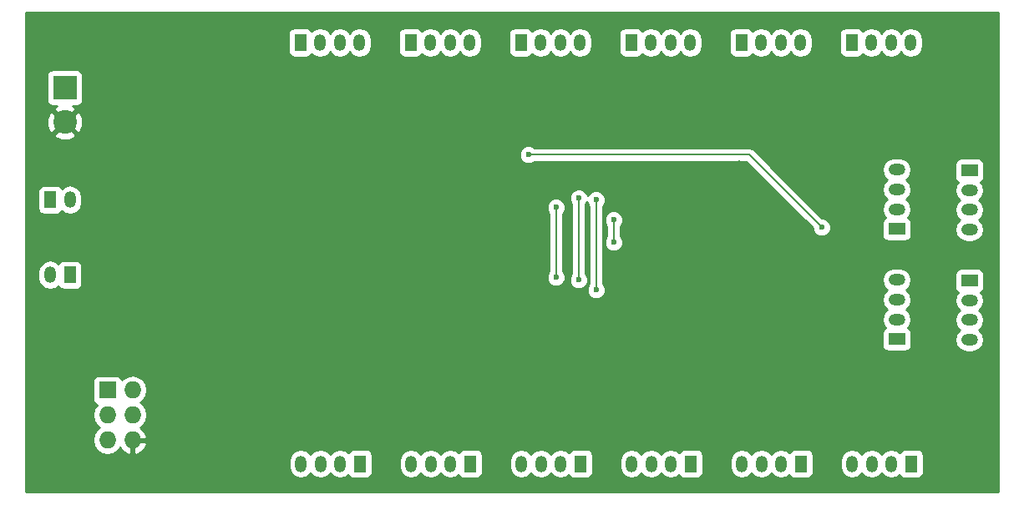
<source format=gbr>
G04 #@! TF.FileFunction,Copper,L2,Bot,Signal*
%FSLAX46Y46*%
G04 Gerber Fmt 4.6, Leading zero omitted, Abs format (unit mm)*
G04 Created by KiCad (PCBNEW 4.0.6) date Sun Jul 30 23:47:14 2017*
%MOMM*%
%LPD*%
G01*
G04 APERTURE LIST*
%ADD10C,0.100000*%
%ADD11C,0.800000*%
%ADD12R,1.200000X1.700000*%
%ADD13O,1.200000X1.700000*%
%ADD14R,1.700000X1.200000*%
%ADD15O,1.700000X1.200000*%
%ADD16C,2.400000*%
%ADD17R,2.400000X2.400000*%
%ADD18R,1.727200X1.727200*%
%ADD19O,1.727200X1.727200*%
%ADD20C,5.500000*%
%ADD21C,0.600000*%
%ADD22C,0.152400*%
%ADD23C,0.254000*%
G04 APERTURE END LIST*
D10*
D11*
X83571000Y-82634000D03*
X85349000Y-85428000D03*
X88397000Y-87714000D03*
X88397000Y-83650000D03*
X73411000Y-81110000D03*
X73411000Y-85174000D03*
X75697000Y-91524000D03*
X73411000Y-89492000D03*
X93223000Y-77554000D03*
X101097000Y-77554000D03*
X101097000Y-74760000D03*
X93223000Y-74760000D03*
X96271000Y-60536000D03*
X141527000Y-76582000D03*
X140327000Y-76582000D03*
X139127000Y-76582000D03*
X137927000Y-76582000D03*
X141527000Y-75382000D03*
X140327000Y-75382000D03*
X139127000Y-75382000D03*
X137927000Y-75382000D03*
X141527000Y-74182000D03*
X140327000Y-74182000D03*
X139127000Y-74182000D03*
X137927000Y-74182000D03*
X141527000Y-72982000D03*
X140327000Y-72982000D03*
X139127000Y-72982000D03*
X137927000Y-72982000D03*
X147325000Y-66632000D03*
D12*
X75189000Y-77300000D03*
D13*
X73189000Y-77300000D03*
D12*
X73189000Y-69680000D03*
D13*
X75189000Y-69680000D03*
D12*
X154437000Y-53728800D03*
D13*
X156437000Y-53728800D03*
X158437000Y-53728800D03*
X160437000Y-53728800D03*
D14*
X159009000Y-83808000D03*
D15*
X159009000Y-81808000D03*
X159009000Y-79808000D03*
X159009000Y-77808000D03*
D14*
X166375000Y-66696000D03*
D15*
X166375000Y-68696000D03*
X166375000Y-70696000D03*
X166375000Y-72696000D03*
D12*
X104599411Y-96451671D03*
D13*
X102599411Y-96451671D03*
X100599411Y-96451671D03*
X98599411Y-96451671D03*
D12*
X143261000Y-53728800D03*
D13*
X145261000Y-53728800D03*
X147261000Y-53728800D03*
X149261000Y-53728800D03*
D14*
X166375000Y-77872000D03*
D15*
X166375000Y-79872000D03*
X166375000Y-81872000D03*
X166375000Y-83872000D03*
D12*
X132085000Y-53728800D03*
D13*
X134085000Y-53728800D03*
X136085000Y-53728800D03*
X138085000Y-53728800D03*
D12*
X149303411Y-96451671D03*
D13*
X147303411Y-96451671D03*
X145303411Y-96451671D03*
X143303411Y-96451671D03*
D12*
X138127411Y-96451671D03*
D13*
X136127411Y-96451671D03*
X134127411Y-96451671D03*
X132127411Y-96451671D03*
D12*
X115775411Y-96451671D03*
D13*
X113775411Y-96451671D03*
X111775411Y-96451671D03*
X109775411Y-96451671D03*
D16*
X74681000Y-61806000D03*
D17*
X74681000Y-58306000D03*
D12*
X98557000Y-53728800D03*
D13*
X100557000Y-53728800D03*
X102557000Y-53728800D03*
X104557000Y-53728800D03*
D12*
X109733000Y-53728800D03*
D13*
X111733000Y-53728800D03*
X113733000Y-53728800D03*
X115733000Y-53728800D03*
D12*
X120909000Y-53728800D03*
D13*
X122909000Y-53728800D03*
X124909000Y-53728800D03*
X126909000Y-53728800D03*
D14*
X159009000Y-72632000D03*
D15*
X159009000Y-70632000D03*
X159009000Y-68632000D03*
X159009000Y-66632000D03*
D12*
X160479411Y-96451671D03*
D13*
X158479411Y-96451671D03*
X156479411Y-96451671D03*
X154479411Y-96451671D03*
D12*
X126951411Y-96451671D03*
D13*
X124951411Y-96451671D03*
X122951411Y-96451671D03*
X120951411Y-96451671D03*
D18*
X78999000Y-88984000D03*
D19*
X81539000Y-88984000D03*
X78999000Y-91524000D03*
X81539000Y-91524000D03*
X78999000Y-94064000D03*
X81539000Y-94064000D03*
D11*
X145293000Y-68410000D03*
X143007000Y-66124000D03*
X144785000Y-64346000D03*
X142499000Y-63584000D03*
X151135000Y-68918000D03*
X154945000Y-68918000D03*
X154945000Y-66632000D03*
X152659000Y-66632000D03*
X154945000Y-72220000D03*
X154945000Y-77300000D03*
X155707000Y-80856000D03*
X152405000Y-84158000D03*
X147325000Y-79840000D03*
X131577000Y-66378000D03*
X129799000Y-66378000D03*
X128021000Y-66378000D03*
X128021000Y-63838000D03*
X129799000Y-63838000D03*
X125989000Y-63838000D03*
X113035000Y-76030000D03*
X115575000Y-76030000D03*
X118115000Y-76030000D03*
X118115000Y-73490000D03*
X115575000Y-73490000D03*
X113035000Y-73490000D03*
X113035000Y-78570000D03*
X115829000Y-65616000D03*
X109479000Y-65616000D03*
X92715000Y-66886000D03*
X93223000Y-72728000D03*
X88377000Y-78844000D03*
X106431000Y-77300000D03*
X103637000Y-83142000D03*
X94907000Y-97018000D03*
X101351000Y-91524000D03*
X123195000Y-75268000D03*
X125481000Y-75268000D03*
X130307000Y-76030000D03*
X130307000Y-80856000D03*
X125481000Y-80856000D03*
X130307000Y-85682000D03*
X148341000Y-73744000D03*
D20*
X166375000Y-53424000D03*
X166375000Y-96604000D03*
X73411000Y-96604000D03*
X73411000Y-53424000D03*
D21*
X114051000Y-85428000D03*
X154437000Y-86698000D03*
X153167000Y-60790000D03*
X124465000Y-70442000D03*
X124465002Y-77554002D03*
X130306994Y-71712000D03*
X130306994Y-73998000D03*
X126751000Y-77807996D03*
X126764625Y-69485202D03*
X121671000Y-65108004D03*
X151389000Y-72473994D03*
X128529000Y-78824000D03*
X128529000Y-69680000D03*
D22*
X124465002Y-70442002D02*
X124465000Y-70442000D01*
X124465002Y-77554002D02*
X124465002Y-70442002D01*
X130306994Y-73998000D02*
X130306994Y-71712000D01*
X126764625Y-77794371D02*
X126751000Y-77807996D01*
X126764625Y-69485202D02*
X126764625Y-77794371D01*
X122095264Y-65108004D02*
X121671000Y-65108004D01*
X151389000Y-72473994D02*
X144023010Y-65108004D01*
X144023010Y-65108004D02*
X122095264Y-65108004D01*
X128529000Y-69680000D02*
X128529000Y-78824000D01*
D23*
G36*
X169290000Y-99290000D02*
X70710000Y-99290000D01*
X70710000Y-96172578D01*
X97364411Y-96172578D01*
X97364411Y-96730764D01*
X97458420Y-97203378D01*
X97726134Y-97604041D01*
X98126797Y-97871755D01*
X98599411Y-97965764D01*
X99072025Y-97871755D01*
X99472688Y-97604041D01*
X99599411Y-97414386D01*
X99726134Y-97604041D01*
X100126797Y-97871755D01*
X100599411Y-97965764D01*
X101072025Y-97871755D01*
X101472688Y-97604041D01*
X101599411Y-97414386D01*
X101726134Y-97604041D01*
X102126797Y-97871755D01*
X102599411Y-97965764D01*
X103072025Y-97871755D01*
X103449407Y-97619597D01*
X103535321Y-97753112D01*
X103747521Y-97898102D01*
X103999411Y-97949111D01*
X105199411Y-97949111D01*
X105434728Y-97904833D01*
X105650852Y-97765761D01*
X105795842Y-97553561D01*
X105846851Y-97301671D01*
X105846851Y-96172578D01*
X108540411Y-96172578D01*
X108540411Y-96730764D01*
X108634420Y-97203378D01*
X108902134Y-97604041D01*
X109302797Y-97871755D01*
X109775411Y-97965764D01*
X110248025Y-97871755D01*
X110648688Y-97604041D01*
X110775411Y-97414386D01*
X110902134Y-97604041D01*
X111302797Y-97871755D01*
X111775411Y-97965764D01*
X112248025Y-97871755D01*
X112648688Y-97604041D01*
X112775411Y-97414386D01*
X112902134Y-97604041D01*
X113302797Y-97871755D01*
X113775411Y-97965764D01*
X114248025Y-97871755D01*
X114625407Y-97619597D01*
X114711321Y-97753112D01*
X114923521Y-97898102D01*
X115175411Y-97949111D01*
X116375411Y-97949111D01*
X116610728Y-97904833D01*
X116826852Y-97765761D01*
X116971842Y-97553561D01*
X117022851Y-97301671D01*
X117022851Y-96172578D01*
X119716411Y-96172578D01*
X119716411Y-96730764D01*
X119810420Y-97203378D01*
X120078134Y-97604041D01*
X120478797Y-97871755D01*
X120951411Y-97965764D01*
X121424025Y-97871755D01*
X121824688Y-97604041D01*
X121951411Y-97414386D01*
X122078134Y-97604041D01*
X122478797Y-97871755D01*
X122951411Y-97965764D01*
X123424025Y-97871755D01*
X123824688Y-97604041D01*
X123951411Y-97414386D01*
X124078134Y-97604041D01*
X124478797Y-97871755D01*
X124951411Y-97965764D01*
X125424025Y-97871755D01*
X125801407Y-97619597D01*
X125887321Y-97753112D01*
X126099521Y-97898102D01*
X126351411Y-97949111D01*
X127551411Y-97949111D01*
X127786728Y-97904833D01*
X128002852Y-97765761D01*
X128147842Y-97553561D01*
X128198851Y-97301671D01*
X128198851Y-96172578D01*
X130892411Y-96172578D01*
X130892411Y-96730764D01*
X130986420Y-97203378D01*
X131254134Y-97604041D01*
X131654797Y-97871755D01*
X132127411Y-97965764D01*
X132600025Y-97871755D01*
X133000688Y-97604041D01*
X133127411Y-97414386D01*
X133254134Y-97604041D01*
X133654797Y-97871755D01*
X134127411Y-97965764D01*
X134600025Y-97871755D01*
X135000688Y-97604041D01*
X135127411Y-97414386D01*
X135254134Y-97604041D01*
X135654797Y-97871755D01*
X136127411Y-97965764D01*
X136600025Y-97871755D01*
X136977407Y-97619597D01*
X137063321Y-97753112D01*
X137275521Y-97898102D01*
X137527411Y-97949111D01*
X138727411Y-97949111D01*
X138962728Y-97904833D01*
X139178852Y-97765761D01*
X139323842Y-97553561D01*
X139374851Y-97301671D01*
X139374851Y-96172578D01*
X142068411Y-96172578D01*
X142068411Y-96730764D01*
X142162420Y-97203378D01*
X142430134Y-97604041D01*
X142830797Y-97871755D01*
X143303411Y-97965764D01*
X143776025Y-97871755D01*
X144176688Y-97604041D01*
X144303411Y-97414386D01*
X144430134Y-97604041D01*
X144830797Y-97871755D01*
X145303411Y-97965764D01*
X145776025Y-97871755D01*
X146176688Y-97604041D01*
X146303411Y-97414386D01*
X146430134Y-97604041D01*
X146830797Y-97871755D01*
X147303411Y-97965764D01*
X147776025Y-97871755D01*
X148153407Y-97619597D01*
X148239321Y-97753112D01*
X148451521Y-97898102D01*
X148703411Y-97949111D01*
X149903411Y-97949111D01*
X150138728Y-97904833D01*
X150354852Y-97765761D01*
X150499842Y-97553561D01*
X150550851Y-97301671D01*
X150550851Y-96172578D01*
X153244411Y-96172578D01*
X153244411Y-96730764D01*
X153338420Y-97203378D01*
X153606134Y-97604041D01*
X154006797Y-97871755D01*
X154479411Y-97965764D01*
X154952025Y-97871755D01*
X155352688Y-97604041D01*
X155479411Y-97414386D01*
X155606134Y-97604041D01*
X156006797Y-97871755D01*
X156479411Y-97965764D01*
X156952025Y-97871755D01*
X157352688Y-97604041D01*
X157479411Y-97414386D01*
X157606134Y-97604041D01*
X158006797Y-97871755D01*
X158479411Y-97965764D01*
X158952025Y-97871755D01*
X159329407Y-97619597D01*
X159415321Y-97753112D01*
X159627521Y-97898102D01*
X159879411Y-97949111D01*
X161079411Y-97949111D01*
X161314728Y-97904833D01*
X161530852Y-97765761D01*
X161675842Y-97553561D01*
X161726851Y-97301671D01*
X161726851Y-95601671D01*
X161682573Y-95366354D01*
X161543501Y-95150230D01*
X161331301Y-95005240D01*
X161079411Y-94954231D01*
X159879411Y-94954231D01*
X159644094Y-94998509D01*
X159427970Y-95137581D01*
X159328510Y-95283146D01*
X158952025Y-95031587D01*
X158479411Y-94937578D01*
X158006797Y-95031587D01*
X157606134Y-95299301D01*
X157479411Y-95488956D01*
X157352688Y-95299301D01*
X156952025Y-95031587D01*
X156479411Y-94937578D01*
X156006797Y-95031587D01*
X155606134Y-95299301D01*
X155479411Y-95488956D01*
X155352688Y-95299301D01*
X154952025Y-95031587D01*
X154479411Y-94937578D01*
X154006797Y-95031587D01*
X153606134Y-95299301D01*
X153338420Y-95699964D01*
X153244411Y-96172578D01*
X150550851Y-96172578D01*
X150550851Y-95601671D01*
X150506573Y-95366354D01*
X150367501Y-95150230D01*
X150155301Y-95005240D01*
X149903411Y-94954231D01*
X148703411Y-94954231D01*
X148468094Y-94998509D01*
X148251970Y-95137581D01*
X148152510Y-95283146D01*
X147776025Y-95031587D01*
X147303411Y-94937578D01*
X146830797Y-95031587D01*
X146430134Y-95299301D01*
X146303411Y-95488956D01*
X146176688Y-95299301D01*
X145776025Y-95031587D01*
X145303411Y-94937578D01*
X144830797Y-95031587D01*
X144430134Y-95299301D01*
X144303411Y-95488956D01*
X144176688Y-95299301D01*
X143776025Y-95031587D01*
X143303411Y-94937578D01*
X142830797Y-95031587D01*
X142430134Y-95299301D01*
X142162420Y-95699964D01*
X142068411Y-96172578D01*
X139374851Y-96172578D01*
X139374851Y-95601671D01*
X139330573Y-95366354D01*
X139191501Y-95150230D01*
X138979301Y-95005240D01*
X138727411Y-94954231D01*
X137527411Y-94954231D01*
X137292094Y-94998509D01*
X137075970Y-95137581D01*
X136976510Y-95283146D01*
X136600025Y-95031587D01*
X136127411Y-94937578D01*
X135654797Y-95031587D01*
X135254134Y-95299301D01*
X135127411Y-95488956D01*
X135000688Y-95299301D01*
X134600025Y-95031587D01*
X134127411Y-94937578D01*
X133654797Y-95031587D01*
X133254134Y-95299301D01*
X133127411Y-95488956D01*
X133000688Y-95299301D01*
X132600025Y-95031587D01*
X132127411Y-94937578D01*
X131654797Y-95031587D01*
X131254134Y-95299301D01*
X130986420Y-95699964D01*
X130892411Y-96172578D01*
X128198851Y-96172578D01*
X128198851Y-95601671D01*
X128154573Y-95366354D01*
X128015501Y-95150230D01*
X127803301Y-95005240D01*
X127551411Y-94954231D01*
X126351411Y-94954231D01*
X126116094Y-94998509D01*
X125899970Y-95137581D01*
X125800510Y-95283146D01*
X125424025Y-95031587D01*
X124951411Y-94937578D01*
X124478797Y-95031587D01*
X124078134Y-95299301D01*
X123951411Y-95488956D01*
X123824688Y-95299301D01*
X123424025Y-95031587D01*
X122951411Y-94937578D01*
X122478797Y-95031587D01*
X122078134Y-95299301D01*
X121951411Y-95488956D01*
X121824688Y-95299301D01*
X121424025Y-95031587D01*
X120951411Y-94937578D01*
X120478797Y-95031587D01*
X120078134Y-95299301D01*
X119810420Y-95699964D01*
X119716411Y-96172578D01*
X117022851Y-96172578D01*
X117022851Y-95601671D01*
X116978573Y-95366354D01*
X116839501Y-95150230D01*
X116627301Y-95005240D01*
X116375411Y-94954231D01*
X115175411Y-94954231D01*
X114940094Y-94998509D01*
X114723970Y-95137581D01*
X114624510Y-95283146D01*
X114248025Y-95031587D01*
X113775411Y-94937578D01*
X113302797Y-95031587D01*
X112902134Y-95299301D01*
X112775411Y-95488956D01*
X112648688Y-95299301D01*
X112248025Y-95031587D01*
X111775411Y-94937578D01*
X111302797Y-95031587D01*
X110902134Y-95299301D01*
X110775411Y-95488956D01*
X110648688Y-95299301D01*
X110248025Y-95031587D01*
X109775411Y-94937578D01*
X109302797Y-95031587D01*
X108902134Y-95299301D01*
X108634420Y-95699964D01*
X108540411Y-96172578D01*
X105846851Y-96172578D01*
X105846851Y-95601671D01*
X105802573Y-95366354D01*
X105663501Y-95150230D01*
X105451301Y-95005240D01*
X105199411Y-94954231D01*
X103999411Y-94954231D01*
X103764094Y-94998509D01*
X103547970Y-95137581D01*
X103448510Y-95283146D01*
X103072025Y-95031587D01*
X102599411Y-94937578D01*
X102126797Y-95031587D01*
X101726134Y-95299301D01*
X101599411Y-95488956D01*
X101472688Y-95299301D01*
X101072025Y-95031587D01*
X100599411Y-94937578D01*
X100126797Y-95031587D01*
X99726134Y-95299301D01*
X99599411Y-95488956D01*
X99472688Y-95299301D01*
X99072025Y-95031587D01*
X98599411Y-94937578D01*
X98126797Y-95031587D01*
X97726134Y-95299301D01*
X97458420Y-95699964D01*
X97364411Y-96172578D01*
X70710000Y-96172578D01*
X70710000Y-88120400D01*
X77487960Y-88120400D01*
X77487960Y-89847600D01*
X77532238Y-90082917D01*
X77671310Y-90299041D01*
X77883510Y-90444031D01*
X77927345Y-90452908D01*
X77614474Y-90921152D01*
X77500400Y-91494641D01*
X77500400Y-91553359D01*
X77614474Y-92126848D01*
X77939330Y-92613029D01*
X78210172Y-92794000D01*
X77939330Y-92974971D01*
X77614474Y-93461152D01*
X77500400Y-94034641D01*
X77500400Y-94093359D01*
X77614474Y-94666848D01*
X77939330Y-95153029D01*
X78425511Y-95477885D01*
X78999000Y-95591959D01*
X79572489Y-95477885D01*
X80058670Y-95153029D01*
X80274664Y-94829772D01*
X80332179Y-94952490D01*
X80764053Y-95346688D01*
X81179974Y-95518958D01*
X81412000Y-95397817D01*
X81412000Y-94191000D01*
X81666000Y-94191000D01*
X81666000Y-95397817D01*
X81898026Y-95518958D01*
X82313947Y-95346688D01*
X82745821Y-94952490D01*
X82993968Y-94423027D01*
X82873469Y-94191000D01*
X81666000Y-94191000D01*
X81412000Y-94191000D01*
X81392000Y-94191000D01*
X81392000Y-93937000D01*
X81412000Y-93937000D01*
X81412000Y-93917000D01*
X81666000Y-93917000D01*
X81666000Y-93937000D01*
X82873469Y-93937000D01*
X82993968Y-93704973D01*
X82745821Y-93175510D01*
X82327839Y-92793992D01*
X82598670Y-92613029D01*
X82923526Y-92126848D01*
X83037600Y-91553359D01*
X83037600Y-91494641D01*
X82923526Y-90921152D01*
X82598670Y-90434971D01*
X82327828Y-90254000D01*
X82598670Y-90073029D01*
X82923526Y-89586848D01*
X83037600Y-89013359D01*
X83037600Y-88954641D01*
X82923526Y-88381152D01*
X82598670Y-87894971D01*
X82112489Y-87570115D01*
X81539000Y-87456041D01*
X80965511Y-87570115D01*
X80479330Y-87894971D01*
X80470195Y-87908642D01*
X80465762Y-87885083D01*
X80326690Y-87668959D01*
X80114490Y-87523969D01*
X79862600Y-87472960D01*
X78135400Y-87472960D01*
X77900083Y-87517238D01*
X77683959Y-87656310D01*
X77538969Y-87868510D01*
X77487960Y-88120400D01*
X70710000Y-88120400D01*
X70710000Y-77020907D01*
X71954000Y-77020907D01*
X71954000Y-77579093D01*
X72048009Y-78051707D01*
X72315723Y-78452370D01*
X72716386Y-78720084D01*
X73189000Y-78814093D01*
X73661614Y-78720084D01*
X74038996Y-78467926D01*
X74124910Y-78601441D01*
X74337110Y-78746431D01*
X74589000Y-78797440D01*
X75789000Y-78797440D01*
X76024317Y-78753162D01*
X76240441Y-78614090D01*
X76385431Y-78401890D01*
X76436440Y-78150000D01*
X76436440Y-76450000D01*
X76392162Y-76214683D01*
X76253090Y-75998559D01*
X76040890Y-75853569D01*
X75789000Y-75802560D01*
X74589000Y-75802560D01*
X74353683Y-75846838D01*
X74137559Y-75985910D01*
X74038099Y-76131475D01*
X73661614Y-75879916D01*
X73189000Y-75785907D01*
X72716386Y-75879916D01*
X72315723Y-76147630D01*
X72048009Y-76548293D01*
X71954000Y-77020907D01*
X70710000Y-77020907D01*
X70710000Y-68830000D01*
X71941560Y-68830000D01*
X71941560Y-70530000D01*
X71985838Y-70765317D01*
X72124910Y-70981441D01*
X72337110Y-71126431D01*
X72589000Y-71177440D01*
X73789000Y-71177440D01*
X74024317Y-71133162D01*
X74240441Y-70994090D01*
X74339901Y-70848525D01*
X74716386Y-71100084D01*
X75189000Y-71194093D01*
X75661614Y-71100084D01*
X76062277Y-70832370D01*
X76199389Y-70627167D01*
X123529838Y-70627167D01*
X123671883Y-70970943D01*
X123753802Y-71053005D01*
X123753802Y-76942824D01*
X123672810Y-77023675D01*
X123530164Y-77367203D01*
X123529840Y-77739169D01*
X123671885Y-78082945D01*
X123934675Y-78346194D01*
X124278203Y-78488840D01*
X124650169Y-78489164D01*
X124993945Y-78347119D01*
X125257194Y-78084329D01*
X125295049Y-77993163D01*
X125815838Y-77993163D01*
X125957883Y-78336939D01*
X126220673Y-78600188D01*
X126564201Y-78742834D01*
X126936167Y-78743158D01*
X127279943Y-78601113D01*
X127543192Y-78338323D01*
X127685838Y-77994795D01*
X127686162Y-77622829D01*
X127544117Y-77279053D01*
X127475825Y-77210642D01*
X127475825Y-70096380D01*
X127556817Y-70015529D01*
X127606514Y-69895846D01*
X127735883Y-70208943D01*
X127817800Y-70291003D01*
X127817800Y-78212822D01*
X127736808Y-78293673D01*
X127594162Y-78637201D01*
X127593838Y-79009167D01*
X127735883Y-79352943D01*
X127998673Y-79616192D01*
X128342201Y-79758838D01*
X128714167Y-79759162D01*
X129057943Y-79617117D01*
X129321192Y-79354327D01*
X129463838Y-79010799D01*
X129464162Y-78638833D01*
X129322117Y-78295057D01*
X129240200Y-78212997D01*
X129240200Y-77808000D01*
X157494907Y-77808000D01*
X157588916Y-78280614D01*
X157856630Y-78681277D01*
X158046285Y-78808000D01*
X157856630Y-78934723D01*
X157588916Y-79335386D01*
X157494907Y-79808000D01*
X157588916Y-80280614D01*
X157856630Y-80681277D01*
X158046285Y-80808000D01*
X157856630Y-80934723D01*
X157588916Y-81335386D01*
X157494907Y-81808000D01*
X157588916Y-82280614D01*
X157841074Y-82657996D01*
X157707559Y-82743910D01*
X157562569Y-82956110D01*
X157511560Y-83208000D01*
X157511560Y-84408000D01*
X157555838Y-84643317D01*
X157694910Y-84859441D01*
X157907110Y-85004431D01*
X158159000Y-85055440D01*
X159859000Y-85055440D01*
X160094317Y-85011162D01*
X160310441Y-84872090D01*
X160455431Y-84659890D01*
X160506440Y-84408000D01*
X160506440Y-83208000D01*
X160462162Y-82972683D01*
X160323090Y-82756559D01*
X160177525Y-82657099D01*
X160429084Y-82280614D01*
X160523093Y-81808000D01*
X160429084Y-81335386D01*
X160161370Y-80934723D01*
X159971715Y-80808000D01*
X160161370Y-80681277D01*
X160429084Y-80280614D01*
X160510362Y-79872000D01*
X164860907Y-79872000D01*
X164954916Y-80344614D01*
X165222630Y-80745277D01*
X165412285Y-80872000D01*
X165222630Y-80998723D01*
X164954916Y-81399386D01*
X164860907Y-81872000D01*
X164954916Y-82344614D01*
X165222630Y-82745277D01*
X165412285Y-82872000D01*
X165222630Y-82998723D01*
X164954916Y-83399386D01*
X164860907Y-83872000D01*
X164954916Y-84344614D01*
X165222630Y-84745277D01*
X165623293Y-85012991D01*
X166095907Y-85107000D01*
X166654093Y-85107000D01*
X167126707Y-85012991D01*
X167527370Y-84745277D01*
X167795084Y-84344614D01*
X167889093Y-83872000D01*
X167795084Y-83399386D01*
X167527370Y-82998723D01*
X167337715Y-82872000D01*
X167527370Y-82745277D01*
X167795084Y-82344614D01*
X167889093Y-81872000D01*
X167795084Y-81399386D01*
X167527370Y-80998723D01*
X167337715Y-80872000D01*
X167527370Y-80745277D01*
X167795084Y-80344614D01*
X167889093Y-79872000D01*
X167795084Y-79399386D01*
X167542926Y-79022004D01*
X167676441Y-78936090D01*
X167821431Y-78723890D01*
X167872440Y-78472000D01*
X167872440Y-77272000D01*
X167828162Y-77036683D01*
X167689090Y-76820559D01*
X167476890Y-76675569D01*
X167225000Y-76624560D01*
X165525000Y-76624560D01*
X165289683Y-76668838D01*
X165073559Y-76807910D01*
X164928569Y-77020110D01*
X164877560Y-77272000D01*
X164877560Y-78472000D01*
X164921838Y-78707317D01*
X165060910Y-78923441D01*
X165206475Y-79022901D01*
X164954916Y-79399386D01*
X164860907Y-79872000D01*
X160510362Y-79872000D01*
X160523093Y-79808000D01*
X160429084Y-79335386D01*
X160161370Y-78934723D01*
X159971715Y-78808000D01*
X160161370Y-78681277D01*
X160429084Y-78280614D01*
X160523093Y-77808000D01*
X160429084Y-77335386D01*
X160161370Y-76934723D01*
X159760707Y-76667009D01*
X159288093Y-76573000D01*
X158729907Y-76573000D01*
X158257293Y-76667009D01*
X157856630Y-76934723D01*
X157588916Y-77335386D01*
X157494907Y-77808000D01*
X129240200Y-77808000D01*
X129240200Y-71897167D01*
X129371832Y-71897167D01*
X129513877Y-72240943D01*
X129595794Y-72323003D01*
X129595794Y-73386822D01*
X129514802Y-73467673D01*
X129372156Y-73811201D01*
X129371832Y-74183167D01*
X129513877Y-74526943D01*
X129776667Y-74790192D01*
X130120195Y-74932838D01*
X130492161Y-74933162D01*
X130835937Y-74791117D01*
X131099186Y-74528327D01*
X131241832Y-74184799D01*
X131242156Y-73812833D01*
X131100111Y-73469057D01*
X131018194Y-73386997D01*
X131018194Y-72323178D01*
X131099186Y-72242327D01*
X131241832Y-71898799D01*
X131242156Y-71526833D01*
X131100111Y-71183057D01*
X130837321Y-70919808D01*
X130493793Y-70777162D01*
X130121827Y-70776838D01*
X129778051Y-70918883D01*
X129514802Y-71181673D01*
X129372156Y-71525201D01*
X129371832Y-71897167D01*
X129240200Y-71897167D01*
X129240200Y-70291178D01*
X129321192Y-70210327D01*
X129463838Y-69866799D01*
X129464162Y-69494833D01*
X129322117Y-69151057D01*
X129059327Y-68887808D01*
X128715799Y-68745162D01*
X128343833Y-68744838D01*
X128000057Y-68886883D01*
X127736808Y-69149673D01*
X127687111Y-69269356D01*
X127557742Y-68956259D01*
X127294952Y-68693010D01*
X126951424Y-68550364D01*
X126579458Y-68550040D01*
X126235682Y-68692085D01*
X125972433Y-68954875D01*
X125829787Y-69298403D01*
X125829463Y-69670369D01*
X125971508Y-70014145D01*
X126053425Y-70096205D01*
X126053425Y-77183217D01*
X125958808Y-77277669D01*
X125816162Y-77621197D01*
X125815838Y-77993163D01*
X125295049Y-77993163D01*
X125399840Y-77740801D01*
X125400164Y-77368835D01*
X125258119Y-77025059D01*
X125176202Y-76942999D01*
X125176202Y-71053176D01*
X125257192Y-70972327D01*
X125399838Y-70628799D01*
X125400162Y-70256833D01*
X125258117Y-69913057D01*
X124995327Y-69649808D01*
X124651799Y-69507162D01*
X124279833Y-69506838D01*
X123936057Y-69648883D01*
X123672808Y-69911673D01*
X123530162Y-70255201D01*
X123529838Y-70627167D01*
X76199389Y-70627167D01*
X76329991Y-70431707D01*
X76424000Y-69959093D01*
X76424000Y-69400907D01*
X76329991Y-68928293D01*
X76062277Y-68527630D01*
X75661614Y-68259916D01*
X75189000Y-68165907D01*
X74716386Y-68259916D01*
X74339004Y-68512074D01*
X74253090Y-68378559D01*
X74040890Y-68233569D01*
X73789000Y-68182560D01*
X72589000Y-68182560D01*
X72353683Y-68226838D01*
X72137559Y-68365910D01*
X71992569Y-68578110D01*
X71941560Y-68830000D01*
X70710000Y-68830000D01*
X70710000Y-65293171D01*
X120735838Y-65293171D01*
X120877883Y-65636947D01*
X121140673Y-65900196D01*
X121484201Y-66042842D01*
X121856167Y-66043166D01*
X122199943Y-65901121D01*
X122282003Y-65819204D01*
X143728422Y-65819204D01*
X150453938Y-72544720D01*
X150453838Y-72659161D01*
X150595883Y-73002937D01*
X150858673Y-73266186D01*
X151202201Y-73408832D01*
X151574167Y-73409156D01*
X151917943Y-73267111D01*
X152181192Y-73004321D01*
X152323838Y-72660793D01*
X152324162Y-72288827D01*
X152182117Y-71945051D01*
X151919327Y-71681802D01*
X151575799Y-71539156D01*
X151459849Y-71539055D01*
X146552794Y-66632000D01*
X157494907Y-66632000D01*
X157588916Y-67104614D01*
X157856630Y-67505277D01*
X158046285Y-67632000D01*
X157856630Y-67758723D01*
X157588916Y-68159386D01*
X157494907Y-68632000D01*
X157588916Y-69104614D01*
X157856630Y-69505277D01*
X158046285Y-69632000D01*
X157856630Y-69758723D01*
X157588916Y-70159386D01*
X157494907Y-70632000D01*
X157588916Y-71104614D01*
X157841074Y-71481996D01*
X157707559Y-71567910D01*
X157562569Y-71780110D01*
X157511560Y-72032000D01*
X157511560Y-73232000D01*
X157555838Y-73467317D01*
X157694910Y-73683441D01*
X157907110Y-73828431D01*
X158159000Y-73879440D01*
X159859000Y-73879440D01*
X160094317Y-73835162D01*
X160310441Y-73696090D01*
X160455431Y-73483890D01*
X160506440Y-73232000D01*
X160506440Y-72032000D01*
X160462162Y-71796683D01*
X160323090Y-71580559D01*
X160177525Y-71481099D01*
X160429084Y-71104614D01*
X160523093Y-70632000D01*
X160429084Y-70159386D01*
X160161370Y-69758723D01*
X159971715Y-69632000D01*
X160161370Y-69505277D01*
X160429084Y-69104614D01*
X160510362Y-68696000D01*
X164860907Y-68696000D01*
X164954916Y-69168614D01*
X165222630Y-69569277D01*
X165412285Y-69696000D01*
X165222630Y-69822723D01*
X164954916Y-70223386D01*
X164860907Y-70696000D01*
X164954916Y-71168614D01*
X165222630Y-71569277D01*
X165412285Y-71696000D01*
X165222630Y-71822723D01*
X164954916Y-72223386D01*
X164860907Y-72696000D01*
X164954916Y-73168614D01*
X165222630Y-73569277D01*
X165623293Y-73836991D01*
X166095907Y-73931000D01*
X166654093Y-73931000D01*
X167126707Y-73836991D01*
X167527370Y-73569277D01*
X167795084Y-73168614D01*
X167889093Y-72696000D01*
X167795084Y-72223386D01*
X167527370Y-71822723D01*
X167337715Y-71696000D01*
X167527370Y-71569277D01*
X167795084Y-71168614D01*
X167889093Y-70696000D01*
X167795084Y-70223386D01*
X167527370Y-69822723D01*
X167337715Y-69696000D01*
X167527370Y-69569277D01*
X167795084Y-69168614D01*
X167889093Y-68696000D01*
X167795084Y-68223386D01*
X167542926Y-67846004D01*
X167676441Y-67760090D01*
X167821431Y-67547890D01*
X167872440Y-67296000D01*
X167872440Y-66096000D01*
X167828162Y-65860683D01*
X167689090Y-65644559D01*
X167476890Y-65499569D01*
X167225000Y-65448560D01*
X165525000Y-65448560D01*
X165289683Y-65492838D01*
X165073559Y-65631910D01*
X164928569Y-65844110D01*
X164877560Y-66096000D01*
X164877560Y-67296000D01*
X164921838Y-67531317D01*
X165060910Y-67747441D01*
X165206475Y-67846901D01*
X164954916Y-68223386D01*
X164860907Y-68696000D01*
X160510362Y-68696000D01*
X160523093Y-68632000D01*
X160429084Y-68159386D01*
X160161370Y-67758723D01*
X159971715Y-67632000D01*
X160161370Y-67505277D01*
X160429084Y-67104614D01*
X160523093Y-66632000D01*
X160429084Y-66159386D01*
X160161370Y-65758723D01*
X159760707Y-65491009D01*
X159288093Y-65397000D01*
X158729907Y-65397000D01*
X158257293Y-65491009D01*
X157856630Y-65758723D01*
X157588916Y-66159386D01*
X157494907Y-66632000D01*
X146552794Y-66632000D01*
X144525904Y-64605110D01*
X144295175Y-64450941D01*
X144023010Y-64396804D01*
X122282178Y-64396804D01*
X122201327Y-64315812D01*
X121857799Y-64173166D01*
X121485833Y-64172842D01*
X121142057Y-64314887D01*
X120878808Y-64577677D01*
X120736162Y-64921205D01*
X120735838Y-65293171D01*
X70710000Y-65293171D01*
X70710000Y-63103175D01*
X73563430Y-63103175D01*
X73686565Y-63390788D01*
X74368734Y-63650707D01*
X75098443Y-63629786D01*
X75675435Y-63390788D01*
X75798570Y-63103175D01*
X74681000Y-61985605D01*
X73563430Y-63103175D01*
X70710000Y-63103175D01*
X70710000Y-61493734D01*
X72836293Y-61493734D01*
X72857214Y-62223443D01*
X73096212Y-62800435D01*
X73383825Y-62923570D01*
X74501395Y-61806000D01*
X74860605Y-61806000D01*
X75978175Y-62923570D01*
X76265788Y-62800435D01*
X76525707Y-62118266D01*
X76504786Y-61388557D01*
X76265788Y-60811565D01*
X75978175Y-60688430D01*
X74860605Y-61806000D01*
X74501395Y-61806000D01*
X73383825Y-60688430D01*
X73096212Y-60811565D01*
X72836293Y-61493734D01*
X70710000Y-61493734D01*
X70710000Y-57106000D01*
X72833560Y-57106000D01*
X72833560Y-59506000D01*
X72877838Y-59741317D01*
X73016910Y-59957441D01*
X73229110Y-60102431D01*
X73481000Y-60153440D01*
X73850181Y-60153440D01*
X73686565Y-60221212D01*
X73563430Y-60508825D01*
X74681000Y-61626395D01*
X75798570Y-60508825D01*
X75675435Y-60221212D01*
X75497564Y-60153440D01*
X75881000Y-60153440D01*
X76116317Y-60109162D01*
X76332441Y-59970090D01*
X76477431Y-59757890D01*
X76528440Y-59506000D01*
X76528440Y-57106000D01*
X76484162Y-56870683D01*
X76345090Y-56654559D01*
X76132890Y-56509569D01*
X75881000Y-56458560D01*
X73481000Y-56458560D01*
X73245683Y-56502838D01*
X73029559Y-56641910D01*
X72884569Y-56854110D01*
X72833560Y-57106000D01*
X70710000Y-57106000D01*
X70710000Y-52878800D01*
X97309560Y-52878800D01*
X97309560Y-54578800D01*
X97353838Y-54814117D01*
X97492910Y-55030241D01*
X97705110Y-55175231D01*
X97957000Y-55226240D01*
X99157000Y-55226240D01*
X99392317Y-55181962D01*
X99608441Y-55042890D01*
X99707901Y-54897325D01*
X100084386Y-55148884D01*
X100557000Y-55242893D01*
X101029614Y-55148884D01*
X101430277Y-54881170D01*
X101557000Y-54691515D01*
X101683723Y-54881170D01*
X102084386Y-55148884D01*
X102557000Y-55242893D01*
X103029614Y-55148884D01*
X103430277Y-54881170D01*
X103557000Y-54691515D01*
X103683723Y-54881170D01*
X104084386Y-55148884D01*
X104557000Y-55242893D01*
X105029614Y-55148884D01*
X105430277Y-54881170D01*
X105697991Y-54480507D01*
X105792000Y-54007893D01*
X105792000Y-53449707D01*
X105697991Y-52977093D01*
X105632314Y-52878800D01*
X108485560Y-52878800D01*
X108485560Y-54578800D01*
X108529838Y-54814117D01*
X108668910Y-55030241D01*
X108881110Y-55175231D01*
X109133000Y-55226240D01*
X110333000Y-55226240D01*
X110568317Y-55181962D01*
X110784441Y-55042890D01*
X110883901Y-54897325D01*
X111260386Y-55148884D01*
X111733000Y-55242893D01*
X112205614Y-55148884D01*
X112606277Y-54881170D01*
X112733000Y-54691515D01*
X112859723Y-54881170D01*
X113260386Y-55148884D01*
X113733000Y-55242893D01*
X114205614Y-55148884D01*
X114606277Y-54881170D01*
X114733000Y-54691515D01*
X114859723Y-54881170D01*
X115260386Y-55148884D01*
X115733000Y-55242893D01*
X116205614Y-55148884D01*
X116606277Y-54881170D01*
X116873991Y-54480507D01*
X116968000Y-54007893D01*
X116968000Y-53449707D01*
X116873991Y-52977093D01*
X116808314Y-52878800D01*
X119661560Y-52878800D01*
X119661560Y-54578800D01*
X119705838Y-54814117D01*
X119844910Y-55030241D01*
X120057110Y-55175231D01*
X120309000Y-55226240D01*
X121509000Y-55226240D01*
X121744317Y-55181962D01*
X121960441Y-55042890D01*
X122059901Y-54897325D01*
X122436386Y-55148884D01*
X122909000Y-55242893D01*
X123381614Y-55148884D01*
X123782277Y-54881170D01*
X123909000Y-54691515D01*
X124035723Y-54881170D01*
X124436386Y-55148884D01*
X124909000Y-55242893D01*
X125381614Y-55148884D01*
X125782277Y-54881170D01*
X125909000Y-54691515D01*
X126035723Y-54881170D01*
X126436386Y-55148884D01*
X126909000Y-55242893D01*
X127381614Y-55148884D01*
X127782277Y-54881170D01*
X128049991Y-54480507D01*
X128144000Y-54007893D01*
X128144000Y-53449707D01*
X128049991Y-52977093D01*
X127984314Y-52878800D01*
X130837560Y-52878800D01*
X130837560Y-54578800D01*
X130881838Y-54814117D01*
X131020910Y-55030241D01*
X131233110Y-55175231D01*
X131485000Y-55226240D01*
X132685000Y-55226240D01*
X132920317Y-55181962D01*
X133136441Y-55042890D01*
X133235901Y-54897325D01*
X133612386Y-55148884D01*
X134085000Y-55242893D01*
X134557614Y-55148884D01*
X134958277Y-54881170D01*
X135085000Y-54691515D01*
X135211723Y-54881170D01*
X135612386Y-55148884D01*
X136085000Y-55242893D01*
X136557614Y-55148884D01*
X136958277Y-54881170D01*
X137085000Y-54691515D01*
X137211723Y-54881170D01*
X137612386Y-55148884D01*
X138085000Y-55242893D01*
X138557614Y-55148884D01*
X138958277Y-54881170D01*
X139225991Y-54480507D01*
X139320000Y-54007893D01*
X139320000Y-53449707D01*
X139225991Y-52977093D01*
X139160314Y-52878800D01*
X142013560Y-52878800D01*
X142013560Y-54578800D01*
X142057838Y-54814117D01*
X142196910Y-55030241D01*
X142409110Y-55175231D01*
X142661000Y-55226240D01*
X143861000Y-55226240D01*
X144096317Y-55181962D01*
X144312441Y-55042890D01*
X144411901Y-54897325D01*
X144788386Y-55148884D01*
X145261000Y-55242893D01*
X145733614Y-55148884D01*
X146134277Y-54881170D01*
X146261000Y-54691515D01*
X146387723Y-54881170D01*
X146788386Y-55148884D01*
X147261000Y-55242893D01*
X147733614Y-55148884D01*
X148134277Y-54881170D01*
X148261000Y-54691515D01*
X148387723Y-54881170D01*
X148788386Y-55148884D01*
X149261000Y-55242893D01*
X149733614Y-55148884D01*
X150134277Y-54881170D01*
X150401991Y-54480507D01*
X150496000Y-54007893D01*
X150496000Y-53449707D01*
X150401991Y-52977093D01*
X150336314Y-52878800D01*
X153189560Y-52878800D01*
X153189560Y-54578800D01*
X153233838Y-54814117D01*
X153372910Y-55030241D01*
X153585110Y-55175231D01*
X153837000Y-55226240D01*
X155037000Y-55226240D01*
X155272317Y-55181962D01*
X155488441Y-55042890D01*
X155587901Y-54897325D01*
X155964386Y-55148884D01*
X156437000Y-55242893D01*
X156909614Y-55148884D01*
X157310277Y-54881170D01*
X157437000Y-54691515D01*
X157563723Y-54881170D01*
X157964386Y-55148884D01*
X158437000Y-55242893D01*
X158909614Y-55148884D01*
X159310277Y-54881170D01*
X159437000Y-54691515D01*
X159563723Y-54881170D01*
X159964386Y-55148884D01*
X160437000Y-55242893D01*
X160909614Y-55148884D01*
X161310277Y-54881170D01*
X161577991Y-54480507D01*
X161672000Y-54007893D01*
X161672000Y-53449707D01*
X161577991Y-52977093D01*
X161310277Y-52576430D01*
X160909614Y-52308716D01*
X160437000Y-52214707D01*
X159964386Y-52308716D01*
X159563723Y-52576430D01*
X159437000Y-52766085D01*
X159310277Y-52576430D01*
X158909614Y-52308716D01*
X158437000Y-52214707D01*
X157964386Y-52308716D01*
X157563723Y-52576430D01*
X157437000Y-52766085D01*
X157310277Y-52576430D01*
X156909614Y-52308716D01*
X156437000Y-52214707D01*
X155964386Y-52308716D01*
X155587004Y-52560874D01*
X155501090Y-52427359D01*
X155288890Y-52282369D01*
X155037000Y-52231360D01*
X153837000Y-52231360D01*
X153601683Y-52275638D01*
X153385559Y-52414710D01*
X153240569Y-52626910D01*
X153189560Y-52878800D01*
X150336314Y-52878800D01*
X150134277Y-52576430D01*
X149733614Y-52308716D01*
X149261000Y-52214707D01*
X148788386Y-52308716D01*
X148387723Y-52576430D01*
X148261000Y-52766085D01*
X148134277Y-52576430D01*
X147733614Y-52308716D01*
X147261000Y-52214707D01*
X146788386Y-52308716D01*
X146387723Y-52576430D01*
X146261000Y-52766085D01*
X146134277Y-52576430D01*
X145733614Y-52308716D01*
X145261000Y-52214707D01*
X144788386Y-52308716D01*
X144411004Y-52560874D01*
X144325090Y-52427359D01*
X144112890Y-52282369D01*
X143861000Y-52231360D01*
X142661000Y-52231360D01*
X142425683Y-52275638D01*
X142209559Y-52414710D01*
X142064569Y-52626910D01*
X142013560Y-52878800D01*
X139160314Y-52878800D01*
X138958277Y-52576430D01*
X138557614Y-52308716D01*
X138085000Y-52214707D01*
X137612386Y-52308716D01*
X137211723Y-52576430D01*
X137085000Y-52766085D01*
X136958277Y-52576430D01*
X136557614Y-52308716D01*
X136085000Y-52214707D01*
X135612386Y-52308716D01*
X135211723Y-52576430D01*
X135085000Y-52766085D01*
X134958277Y-52576430D01*
X134557614Y-52308716D01*
X134085000Y-52214707D01*
X133612386Y-52308716D01*
X133235004Y-52560874D01*
X133149090Y-52427359D01*
X132936890Y-52282369D01*
X132685000Y-52231360D01*
X131485000Y-52231360D01*
X131249683Y-52275638D01*
X131033559Y-52414710D01*
X130888569Y-52626910D01*
X130837560Y-52878800D01*
X127984314Y-52878800D01*
X127782277Y-52576430D01*
X127381614Y-52308716D01*
X126909000Y-52214707D01*
X126436386Y-52308716D01*
X126035723Y-52576430D01*
X125909000Y-52766085D01*
X125782277Y-52576430D01*
X125381614Y-52308716D01*
X124909000Y-52214707D01*
X124436386Y-52308716D01*
X124035723Y-52576430D01*
X123909000Y-52766085D01*
X123782277Y-52576430D01*
X123381614Y-52308716D01*
X122909000Y-52214707D01*
X122436386Y-52308716D01*
X122059004Y-52560874D01*
X121973090Y-52427359D01*
X121760890Y-52282369D01*
X121509000Y-52231360D01*
X120309000Y-52231360D01*
X120073683Y-52275638D01*
X119857559Y-52414710D01*
X119712569Y-52626910D01*
X119661560Y-52878800D01*
X116808314Y-52878800D01*
X116606277Y-52576430D01*
X116205614Y-52308716D01*
X115733000Y-52214707D01*
X115260386Y-52308716D01*
X114859723Y-52576430D01*
X114733000Y-52766085D01*
X114606277Y-52576430D01*
X114205614Y-52308716D01*
X113733000Y-52214707D01*
X113260386Y-52308716D01*
X112859723Y-52576430D01*
X112733000Y-52766085D01*
X112606277Y-52576430D01*
X112205614Y-52308716D01*
X111733000Y-52214707D01*
X111260386Y-52308716D01*
X110883004Y-52560874D01*
X110797090Y-52427359D01*
X110584890Y-52282369D01*
X110333000Y-52231360D01*
X109133000Y-52231360D01*
X108897683Y-52275638D01*
X108681559Y-52414710D01*
X108536569Y-52626910D01*
X108485560Y-52878800D01*
X105632314Y-52878800D01*
X105430277Y-52576430D01*
X105029614Y-52308716D01*
X104557000Y-52214707D01*
X104084386Y-52308716D01*
X103683723Y-52576430D01*
X103557000Y-52766085D01*
X103430277Y-52576430D01*
X103029614Y-52308716D01*
X102557000Y-52214707D01*
X102084386Y-52308716D01*
X101683723Y-52576430D01*
X101557000Y-52766085D01*
X101430277Y-52576430D01*
X101029614Y-52308716D01*
X100557000Y-52214707D01*
X100084386Y-52308716D01*
X99707004Y-52560874D01*
X99621090Y-52427359D01*
X99408890Y-52282369D01*
X99157000Y-52231360D01*
X97957000Y-52231360D01*
X97721683Y-52275638D01*
X97505559Y-52414710D01*
X97360569Y-52626910D01*
X97309560Y-52878800D01*
X70710000Y-52878800D01*
X70710000Y-50710000D01*
X169290000Y-50710000D01*
X169290000Y-99290000D01*
X169290000Y-99290000D01*
G37*
X169290000Y-99290000D02*
X70710000Y-99290000D01*
X70710000Y-96172578D01*
X97364411Y-96172578D01*
X97364411Y-96730764D01*
X97458420Y-97203378D01*
X97726134Y-97604041D01*
X98126797Y-97871755D01*
X98599411Y-97965764D01*
X99072025Y-97871755D01*
X99472688Y-97604041D01*
X99599411Y-97414386D01*
X99726134Y-97604041D01*
X100126797Y-97871755D01*
X100599411Y-97965764D01*
X101072025Y-97871755D01*
X101472688Y-97604041D01*
X101599411Y-97414386D01*
X101726134Y-97604041D01*
X102126797Y-97871755D01*
X102599411Y-97965764D01*
X103072025Y-97871755D01*
X103449407Y-97619597D01*
X103535321Y-97753112D01*
X103747521Y-97898102D01*
X103999411Y-97949111D01*
X105199411Y-97949111D01*
X105434728Y-97904833D01*
X105650852Y-97765761D01*
X105795842Y-97553561D01*
X105846851Y-97301671D01*
X105846851Y-96172578D01*
X108540411Y-96172578D01*
X108540411Y-96730764D01*
X108634420Y-97203378D01*
X108902134Y-97604041D01*
X109302797Y-97871755D01*
X109775411Y-97965764D01*
X110248025Y-97871755D01*
X110648688Y-97604041D01*
X110775411Y-97414386D01*
X110902134Y-97604041D01*
X111302797Y-97871755D01*
X111775411Y-97965764D01*
X112248025Y-97871755D01*
X112648688Y-97604041D01*
X112775411Y-97414386D01*
X112902134Y-97604041D01*
X113302797Y-97871755D01*
X113775411Y-97965764D01*
X114248025Y-97871755D01*
X114625407Y-97619597D01*
X114711321Y-97753112D01*
X114923521Y-97898102D01*
X115175411Y-97949111D01*
X116375411Y-97949111D01*
X116610728Y-97904833D01*
X116826852Y-97765761D01*
X116971842Y-97553561D01*
X117022851Y-97301671D01*
X117022851Y-96172578D01*
X119716411Y-96172578D01*
X119716411Y-96730764D01*
X119810420Y-97203378D01*
X120078134Y-97604041D01*
X120478797Y-97871755D01*
X120951411Y-97965764D01*
X121424025Y-97871755D01*
X121824688Y-97604041D01*
X121951411Y-97414386D01*
X122078134Y-97604041D01*
X122478797Y-97871755D01*
X122951411Y-97965764D01*
X123424025Y-97871755D01*
X123824688Y-97604041D01*
X123951411Y-97414386D01*
X124078134Y-97604041D01*
X124478797Y-97871755D01*
X124951411Y-97965764D01*
X125424025Y-97871755D01*
X125801407Y-97619597D01*
X125887321Y-97753112D01*
X126099521Y-97898102D01*
X126351411Y-97949111D01*
X127551411Y-97949111D01*
X127786728Y-97904833D01*
X128002852Y-97765761D01*
X128147842Y-97553561D01*
X128198851Y-97301671D01*
X128198851Y-96172578D01*
X130892411Y-96172578D01*
X130892411Y-96730764D01*
X130986420Y-97203378D01*
X131254134Y-97604041D01*
X131654797Y-97871755D01*
X132127411Y-97965764D01*
X132600025Y-97871755D01*
X133000688Y-97604041D01*
X133127411Y-97414386D01*
X133254134Y-97604041D01*
X133654797Y-97871755D01*
X134127411Y-97965764D01*
X134600025Y-97871755D01*
X135000688Y-97604041D01*
X135127411Y-97414386D01*
X135254134Y-97604041D01*
X135654797Y-97871755D01*
X136127411Y-97965764D01*
X136600025Y-97871755D01*
X136977407Y-97619597D01*
X137063321Y-97753112D01*
X137275521Y-97898102D01*
X137527411Y-97949111D01*
X138727411Y-97949111D01*
X138962728Y-97904833D01*
X139178852Y-97765761D01*
X139323842Y-97553561D01*
X139374851Y-97301671D01*
X139374851Y-96172578D01*
X142068411Y-96172578D01*
X142068411Y-96730764D01*
X142162420Y-97203378D01*
X142430134Y-97604041D01*
X142830797Y-97871755D01*
X143303411Y-97965764D01*
X143776025Y-97871755D01*
X144176688Y-97604041D01*
X144303411Y-97414386D01*
X144430134Y-97604041D01*
X144830797Y-97871755D01*
X145303411Y-97965764D01*
X145776025Y-97871755D01*
X146176688Y-97604041D01*
X146303411Y-97414386D01*
X146430134Y-97604041D01*
X146830797Y-97871755D01*
X147303411Y-97965764D01*
X147776025Y-97871755D01*
X148153407Y-97619597D01*
X148239321Y-97753112D01*
X148451521Y-97898102D01*
X148703411Y-97949111D01*
X149903411Y-97949111D01*
X150138728Y-97904833D01*
X150354852Y-97765761D01*
X150499842Y-97553561D01*
X150550851Y-97301671D01*
X150550851Y-96172578D01*
X153244411Y-96172578D01*
X153244411Y-96730764D01*
X153338420Y-97203378D01*
X153606134Y-97604041D01*
X154006797Y-97871755D01*
X154479411Y-97965764D01*
X154952025Y-97871755D01*
X155352688Y-97604041D01*
X155479411Y-97414386D01*
X155606134Y-97604041D01*
X156006797Y-97871755D01*
X156479411Y-97965764D01*
X156952025Y-97871755D01*
X157352688Y-97604041D01*
X157479411Y-97414386D01*
X157606134Y-97604041D01*
X158006797Y-97871755D01*
X158479411Y-97965764D01*
X158952025Y-97871755D01*
X159329407Y-97619597D01*
X159415321Y-97753112D01*
X159627521Y-97898102D01*
X159879411Y-97949111D01*
X161079411Y-97949111D01*
X161314728Y-97904833D01*
X161530852Y-97765761D01*
X161675842Y-97553561D01*
X161726851Y-97301671D01*
X161726851Y-95601671D01*
X161682573Y-95366354D01*
X161543501Y-95150230D01*
X161331301Y-95005240D01*
X161079411Y-94954231D01*
X159879411Y-94954231D01*
X159644094Y-94998509D01*
X159427970Y-95137581D01*
X159328510Y-95283146D01*
X158952025Y-95031587D01*
X158479411Y-94937578D01*
X158006797Y-95031587D01*
X157606134Y-95299301D01*
X157479411Y-95488956D01*
X157352688Y-95299301D01*
X156952025Y-95031587D01*
X156479411Y-94937578D01*
X156006797Y-95031587D01*
X155606134Y-95299301D01*
X155479411Y-95488956D01*
X155352688Y-95299301D01*
X154952025Y-95031587D01*
X154479411Y-94937578D01*
X154006797Y-95031587D01*
X153606134Y-95299301D01*
X153338420Y-95699964D01*
X153244411Y-96172578D01*
X150550851Y-96172578D01*
X150550851Y-95601671D01*
X150506573Y-95366354D01*
X150367501Y-95150230D01*
X150155301Y-95005240D01*
X149903411Y-94954231D01*
X148703411Y-94954231D01*
X148468094Y-94998509D01*
X148251970Y-95137581D01*
X148152510Y-95283146D01*
X147776025Y-95031587D01*
X147303411Y-94937578D01*
X146830797Y-95031587D01*
X146430134Y-95299301D01*
X146303411Y-95488956D01*
X146176688Y-95299301D01*
X145776025Y-95031587D01*
X145303411Y-94937578D01*
X144830797Y-95031587D01*
X144430134Y-95299301D01*
X144303411Y-95488956D01*
X144176688Y-95299301D01*
X143776025Y-95031587D01*
X143303411Y-94937578D01*
X142830797Y-95031587D01*
X142430134Y-95299301D01*
X142162420Y-95699964D01*
X142068411Y-96172578D01*
X139374851Y-96172578D01*
X139374851Y-95601671D01*
X139330573Y-95366354D01*
X139191501Y-95150230D01*
X138979301Y-95005240D01*
X138727411Y-94954231D01*
X137527411Y-94954231D01*
X137292094Y-94998509D01*
X137075970Y-95137581D01*
X136976510Y-95283146D01*
X136600025Y-95031587D01*
X136127411Y-94937578D01*
X135654797Y-95031587D01*
X135254134Y-95299301D01*
X135127411Y-95488956D01*
X135000688Y-95299301D01*
X134600025Y-95031587D01*
X134127411Y-94937578D01*
X133654797Y-95031587D01*
X133254134Y-95299301D01*
X133127411Y-95488956D01*
X133000688Y-95299301D01*
X132600025Y-95031587D01*
X132127411Y-94937578D01*
X131654797Y-95031587D01*
X131254134Y-95299301D01*
X130986420Y-95699964D01*
X130892411Y-96172578D01*
X128198851Y-96172578D01*
X128198851Y-95601671D01*
X128154573Y-95366354D01*
X128015501Y-95150230D01*
X127803301Y-95005240D01*
X127551411Y-94954231D01*
X126351411Y-94954231D01*
X126116094Y-94998509D01*
X125899970Y-95137581D01*
X125800510Y-95283146D01*
X125424025Y-95031587D01*
X124951411Y-94937578D01*
X124478797Y-95031587D01*
X124078134Y-95299301D01*
X123951411Y-95488956D01*
X123824688Y-95299301D01*
X123424025Y-95031587D01*
X122951411Y-94937578D01*
X122478797Y-95031587D01*
X122078134Y-95299301D01*
X121951411Y-95488956D01*
X121824688Y-95299301D01*
X121424025Y-95031587D01*
X120951411Y-94937578D01*
X120478797Y-95031587D01*
X120078134Y-95299301D01*
X119810420Y-95699964D01*
X119716411Y-96172578D01*
X117022851Y-96172578D01*
X117022851Y-95601671D01*
X116978573Y-95366354D01*
X116839501Y-95150230D01*
X116627301Y-95005240D01*
X116375411Y-94954231D01*
X115175411Y-94954231D01*
X114940094Y-94998509D01*
X114723970Y-95137581D01*
X114624510Y-95283146D01*
X114248025Y-95031587D01*
X113775411Y-94937578D01*
X113302797Y-95031587D01*
X112902134Y-95299301D01*
X112775411Y-95488956D01*
X112648688Y-95299301D01*
X112248025Y-95031587D01*
X111775411Y-94937578D01*
X111302797Y-95031587D01*
X110902134Y-95299301D01*
X110775411Y-95488956D01*
X110648688Y-95299301D01*
X110248025Y-95031587D01*
X109775411Y-94937578D01*
X109302797Y-95031587D01*
X108902134Y-95299301D01*
X108634420Y-95699964D01*
X108540411Y-96172578D01*
X105846851Y-96172578D01*
X105846851Y-95601671D01*
X105802573Y-95366354D01*
X105663501Y-95150230D01*
X105451301Y-95005240D01*
X105199411Y-94954231D01*
X103999411Y-94954231D01*
X103764094Y-94998509D01*
X103547970Y-95137581D01*
X103448510Y-95283146D01*
X103072025Y-95031587D01*
X102599411Y-94937578D01*
X102126797Y-95031587D01*
X101726134Y-95299301D01*
X101599411Y-95488956D01*
X101472688Y-95299301D01*
X101072025Y-95031587D01*
X100599411Y-94937578D01*
X100126797Y-95031587D01*
X99726134Y-95299301D01*
X99599411Y-95488956D01*
X99472688Y-95299301D01*
X99072025Y-95031587D01*
X98599411Y-94937578D01*
X98126797Y-95031587D01*
X97726134Y-95299301D01*
X97458420Y-95699964D01*
X97364411Y-96172578D01*
X70710000Y-96172578D01*
X70710000Y-88120400D01*
X77487960Y-88120400D01*
X77487960Y-89847600D01*
X77532238Y-90082917D01*
X77671310Y-90299041D01*
X77883510Y-90444031D01*
X77927345Y-90452908D01*
X77614474Y-90921152D01*
X77500400Y-91494641D01*
X77500400Y-91553359D01*
X77614474Y-92126848D01*
X77939330Y-92613029D01*
X78210172Y-92794000D01*
X77939330Y-92974971D01*
X77614474Y-93461152D01*
X77500400Y-94034641D01*
X77500400Y-94093359D01*
X77614474Y-94666848D01*
X77939330Y-95153029D01*
X78425511Y-95477885D01*
X78999000Y-95591959D01*
X79572489Y-95477885D01*
X80058670Y-95153029D01*
X80274664Y-94829772D01*
X80332179Y-94952490D01*
X80764053Y-95346688D01*
X81179974Y-95518958D01*
X81412000Y-95397817D01*
X81412000Y-94191000D01*
X81666000Y-94191000D01*
X81666000Y-95397817D01*
X81898026Y-95518958D01*
X82313947Y-95346688D01*
X82745821Y-94952490D01*
X82993968Y-94423027D01*
X82873469Y-94191000D01*
X81666000Y-94191000D01*
X81412000Y-94191000D01*
X81392000Y-94191000D01*
X81392000Y-93937000D01*
X81412000Y-93937000D01*
X81412000Y-93917000D01*
X81666000Y-93917000D01*
X81666000Y-93937000D01*
X82873469Y-93937000D01*
X82993968Y-93704973D01*
X82745821Y-93175510D01*
X82327839Y-92793992D01*
X82598670Y-92613029D01*
X82923526Y-92126848D01*
X83037600Y-91553359D01*
X83037600Y-91494641D01*
X82923526Y-90921152D01*
X82598670Y-90434971D01*
X82327828Y-90254000D01*
X82598670Y-90073029D01*
X82923526Y-89586848D01*
X83037600Y-89013359D01*
X83037600Y-88954641D01*
X82923526Y-88381152D01*
X82598670Y-87894971D01*
X82112489Y-87570115D01*
X81539000Y-87456041D01*
X80965511Y-87570115D01*
X80479330Y-87894971D01*
X80470195Y-87908642D01*
X80465762Y-87885083D01*
X80326690Y-87668959D01*
X80114490Y-87523969D01*
X79862600Y-87472960D01*
X78135400Y-87472960D01*
X77900083Y-87517238D01*
X77683959Y-87656310D01*
X77538969Y-87868510D01*
X77487960Y-88120400D01*
X70710000Y-88120400D01*
X70710000Y-77020907D01*
X71954000Y-77020907D01*
X71954000Y-77579093D01*
X72048009Y-78051707D01*
X72315723Y-78452370D01*
X72716386Y-78720084D01*
X73189000Y-78814093D01*
X73661614Y-78720084D01*
X74038996Y-78467926D01*
X74124910Y-78601441D01*
X74337110Y-78746431D01*
X74589000Y-78797440D01*
X75789000Y-78797440D01*
X76024317Y-78753162D01*
X76240441Y-78614090D01*
X76385431Y-78401890D01*
X76436440Y-78150000D01*
X76436440Y-76450000D01*
X76392162Y-76214683D01*
X76253090Y-75998559D01*
X76040890Y-75853569D01*
X75789000Y-75802560D01*
X74589000Y-75802560D01*
X74353683Y-75846838D01*
X74137559Y-75985910D01*
X74038099Y-76131475D01*
X73661614Y-75879916D01*
X73189000Y-75785907D01*
X72716386Y-75879916D01*
X72315723Y-76147630D01*
X72048009Y-76548293D01*
X71954000Y-77020907D01*
X70710000Y-77020907D01*
X70710000Y-68830000D01*
X71941560Y-68830000D01*
X71941560Y-70530000D01*
X71985838Y-70765317D01*
X72124910Y-70981441D01*
X72337110Y-71126431D01*
X72589000Y-71177440D01*
X73789000Y-71177440D01*
X74024317Y-71133162D01*
X74240441Y-70994090D01*
X74339901Y-70848525D01*
X74716386Y-71100084D01*
X75189000Y-71194093D01*
X75661614Y-71100084D01*
X76062277Y-70832370D01*
X76199389Y-70627167D01*
X123529838Y-70627167D01*
X123671883Y-70970943D01*
X123753802Y-71053005D01*
X123753802Y-76942824D01*
X123672810Y-77023675D01*
X123530164Y-77367203D01*
X123529840Y-77739169D01*
X123671885Y-78082945D01*
X123934675Y-78346194D01*
X124278203Y-78488840D01*
X124650169Y-78489164D01*
X124993945Y-78347119D01*
X125257194Y-78084329D01*
X125295049Y-77993163D01*
X125815838Y-77993163D01*
X125957883Y-78336939D01*
X126220673Y-78600188D01*
X126564201Y-78742834D01*
X126936167Y-78743158D01*
X127279943Y-78601113D01*
X127543192Y-78338323D01*
X127685838Y-77994795D01*
X127686162Y-77622829D01*
X127544117Y-77279053D01*
X127475825Y-77210642D01*
X127475825Y-70096380D01*
X127556817Y-70015529D01*
X127606514Y-69895846D01*
X127735883Y-70208943D01*
X127817800Y-70291003D01*
X127817800Y-78212822D01*
X127736808Y-78293673D01*
X127594162Y-78637201D01*
X127593838Y-79009167D01*
X127735883Y-79352943D01*
X127998673Y-79616192D01*
X128342201Y-79758838D01*
X128714167Y-79759162D01*
X129057943Y-79617117D01*
X129321192Y-79354327D01*
X129463838Y-79010799D01*
X129464162Y-78638833D01*
X129322117Y-78295057D01*
X129240200Y-78212997D01*
X129240200Y-77808000D01*
X157494907Y-77808000D01*
X157588916Y-78280614D01*
X157856630Y-78681277D01*
X158046285Y-78808000D01*
X157856630Y-78934723D01*
X157588916Y-79335386D01*
X157494907Y-79808000D01*
X157588916Y-80280614D01*
X157856630Y-80681277D01*
X158046285Y-80808000D01*
X157856630Y-80934723D01*
X157588916Y-81335386D01*
X157494907Y-81808000D01*
X157588916Y-82280614D01*
X157841074Y-82657996D01*
X157707559Y-82743910D01*
X157562569Y-82956110D01*
X157511560Y-83208000D01*
X157511560Y-84408000D01*
X157555838Y-84643317D01*
X157694910Y-84859441D01*
X157907110Y-85004431D01*
X158159000Y-85055440D01*
X159859000Y-85055440D01*
X160094317Y-85011162D01*
X160310441Y-84872090D01*
X160455431Y-84659890D01*
X160506440Y-84408000D01*
X160506440Y-83208000D01*
X160462162Y-82972683D01*
X160323090Y-82756559D01*
X160177525Y-82657099D01*
X160429084Y-82280614D01*
X160523093Y-81808000D01*
X160429084Y-81335386D01*
X160161370Y-80934723D01*
X159971715Y-80808000D01*
X160161370Y-80681277D01*
X160429084Y-80280614D01*
X160510362Y-79872000D01*
X164860907Y-79872000D01*
X164954916Y-80344614D01*
X165222630Y-80745277D01*
X165412285Y-80872000D01*
X165222630Y-80998723D01*
X164954916Y-81399386D01*
X164860907Y-81872000D01*
X164954916Y-82344614D01*
X165222630Y-82745277D01*
X165412285Y-82872000D01*
X165222630Y-82998723D01*
X164954916Y-83399386D01*
X164860907Y-83872000D01*
X164954916Y-84344614D01*
X165222630Y-84745277D01*
X165623293Y-85012991D01*
X166095907Y-85107000D01*
X166654093Y-85107000D01*
X167126707Y-85012991D01*
X167527370Y-84745277D01*
X167795084Y-84344614D01*
X167889093Y-83872000D01*
X167795084Y-83399386D01*
X167527370Y-82998723D01*
X167337715Y-82872000D01*
X167527370Y-82745277D01*
X167795084Y-82344614D01*
X167889093Y-81872000D01*
X167795084Y-81399386D01*
X167527370Y-80998723D01*
X167337715Y-80872000D01*
X167527370Y-80745277D01*
X167795084Y-80344614D01*
X167889093Y-79872000D01*
X167795084Y-79399386D01*
X167542926Y-79022004D01*
X167676441Y-78936090D01*
X167821431Y-78723890D01*
X167872440Y-78472000D01*
X167872440Y-77272000D01*
X167828162Y-77036683D01*
X167689090Y-76820559D01*
X167476890Y-76675569D01*
X167225000Y-76624560D01*
X165525000Y-76624560D01*
X165289683Y-76668838D01*
X165073559Y-76807910D01*
X164928569Y-77020110D01*
X164877560Y-77272000D01*
X164877560Y-78472000D01*
X164921838Y-78707317D01*
X165060910Y-78923441D01*
X165206475Y-79022901D01*
X164954916Y-79399386D01*
X164860907Y-79872000D01*
X160510362Y-79872000D01*
X160523093Y-79808000D01*
X160429084Y-79335386D01*
X160161370Y-78934723D01*
X159971715Y-78808000D01*
X160161370Y-78681277D01*
X160429084Y-78280614D01*
X160523093Y-77808000D01*
X160429084Y-77335386D01*
X160161370Y-76934723D01*
X159760707Y-76667009D01*
X159288093Y-76573000D01*
X158729907Y-76573000D01*
X158257293Y-76667009D01*
X157856630Y-76934723D01*
X157588916Y-77335386D01*
X157494907Y-77808000D01*
X129240200Y-77808000D01*
X129240200Y-71897167D01*
X129371832Y-71897167D01*
X129513877Y-72240943D01*
X129595794Y-72323003D01*
X129595794Y-73386822D01*
X129514802Y-73467673D01*
X129372156Y-73811201D01*
X129371832Y-74183167D01*
X129513877Y-74526943D01*
X129776667Y-74790192D01*
X130120195Y-74932838D01*
X130492161Y-74933162D01*
X130835937Y-74791117D01*
X131099186Y-74528327D01*
X131241832Y-74184799D01*
X131242156Y-73812833D01*
X131100111Y-73469057D01*
X131018194Y-73386997D01*
X131018194Y-72323178D01*
X131099186Y-72242327D01*
X131241832Y-71898799D01*
X131242156Y-71526833D01*
X131100111Y-71183057D01*
X130837321Y-70919808D01*
X130493793Y-70777162D01*
X130121827Y-70776838D01*
X129778051Y-70918883D01*
X129514802Y-71181673D01*
X129372156Y-71525201D01*
X129371832Y-71897167D01*
X129240200Y-71897167D01*
X129240200Y-70291178D01*
X129321192Y-70210327D01*
X129463838Y-69866799D01*
X129464162Y-69494833D01*
X129322117Y-69151057D01*
X129059327Y-68887808D01*
X128715799Y-68745162D01*
X128343833Y-68744838D01*
X128000057Y-68886883D01*
X127736808Y-69149673D01*
X127687111Y-69269356D01*
X127557742Y-68956259D01*
X127294952Y-68693010D01*
X126951424Y-68550364D01*
X126579458Y-68550040D01*
X126235682Y-68692085D01*
X125972433Y-68954875D01*
X125829787Y-69298403D01*
X125829463Y-69670369D01*
X125971508Y-70014145D01*
X126053425Y-70096205D01*
X126053425Y-77183217D01*
X125958808Y-77277669D01*
X125816162Y-77621197D01*
X125815838Y-77993163D01*
X125295049Y-77993163D01*
X125399840Y-77740801D01*
X125400164Y-77368835D01*
X125258119Y-77025059D01*
X125176202Y-76942999D01*
X125176202Y-71053176D01*
X125257192Y-70972327D01*
X125399838Y-70628799D01*
X125400162Y-70256833D01*
X125258117Y-69913057D01*
X124995327Y-69649808D01*
X124651799Y-69507162D01*
X124279833Y-69506838D01*
X123936057Y-69648883D01*
X123672808Y-69911673D01*
X123530162Y-70255201D01*
X123529838Y-70627167D01*
X76199389Y-70627167D01*
X76329991Y-70431707D01*
X76424000Y-69959093D01*
X76424000Y-69400907D01*
X76329991Y-68928293D01*
X76062277Y-68527630D01*
X75661614Y-68259916D01*
X75189000Y-68165907D01*
X74716386Y-68259916D01*
X74339004Y-68512074D01*
X74253090Y-68378559D01*
X74040890Y-68233569D01*
X73789000Y-68182560D01*
X72589000Y-68182560D01*
X72353683Y-68226838D01*
X72137559Y-68365910D01*
X71992569Y-68578110D01*
X71941560Y-68830000D01*
X70710000Y-68830000D01*
X70710000Y-65293171D01*
X120735838Y-65293171D01*
X120877883Y-65636947D01*
X121140673Y-65900196D01*
X121484201Y-66042842D01*
X121856167Y-66043166D01*
X122199943Y-65901121D01*
X122282003Y-65819204D01*
X143728422Y-65819204D01*
X150453938Y-72544720D01*
X150453838Y-72659161D01*
X150595883Y-73002937D01*
X150858673Y-73266186D01*
X151202201Y-73408832D01*
X151574167Y-73409156D01*
X151917943Y-73267111D01*
X152181192Y-73004321D01*
X152323838Y-72660793D01*
X152324162Y-72288827D01*
X152182117Y-71945051D01*
X151919327Y-71681802D01*
X151575799Y-71539156D01*
X151459849Y-71539055D01*
X146552794Y-66632000D01*
X157494907Y-66632000D01*
X157588916Y-67104614D01*
X157856630Y-67505277D01*
X158046285Y-67632000D01*
X157856630Y-67758723D01*
X157588916Y-68159386D01*
X157494907Y-68632000D01*
X157588916Y-69104614D01*
X157856630Y-69505277D01*
X158046285Y-69632000D01*
X157856630Y-69758723D01*
X157588916Y-70159386D01*
X157494907Y-70632000D01*
X157588916Y-71104614D01*
X157841074Y-71481996D01*
X157707559Y-71567910D01*
X157562569Y-71780110D01*
X157511560Y-72032000D01*
X157511560Y-73232000D01*
X157555838Y-73467317D01*
X157694910Y-73683441D01*
X157907110Y-73828431D01*
X158159000Y-73879440D01*
X159859000Y-73879440D01*
X160094317Y-73835162D01*
X160310441Y-73696090D01*
X160455431Y-73483890D01*
X160506440Y-73232000D01*
X160506440Y-72032000D01*
X160462162Y-71796683D01*
X160323090Y-71580559D01*
X160177525Y-71481099D01*
X160429084Y-71104614D01*
X160523093Y-70632000D01*
X160429084Y-70159386D01*
X160161370Y-69758723D01*
X159971715Y-69632000D01*
X160161370Y-69505277D01*
X160429084Y-69104614D01*
X160510362Y-68696000D01*
X164860907Y-68696000D01*
X164954916Y-69168614D01*
X165222630Y-69569277D01*
X165412285Y-69696000D01*
X165222630Y-69822723D01*
X164954916Y-70223386D01*
X164860907Y-70696000D01*
X164954916Y-71168614D01*
X165222630Y-71569277D01*
X165412285Y-71696000D01*
X165222630Y-71822723D01*
X164954916Y-72223386D01*
X164860907Y-72696000D01*
X164954916Y-73168614D01*
X165222630Y-73569277D01*
X165623293Y-73836991D01*
X166095907Y-73931000D01*
X166654093Y-73931000D01*
X167126707Y-73836991D01*
X167527370Y-73569277D01*
X167795084Y-73168614D01*
X167889093Y-72696000D01*
X167795084Y-72223386D01*
X167527370Y-71822723D01*
X167337715Y-71696000D01*
X167527370Y-71569277D01*
X167795084Y-71168614D01*
X167889093Y-70696000D01*
X167795084Y-70223386D01*
X167527370Y-69822723D01*
X167337715Y-69696000D01*
X167527370Y-69569277D01*
X167795084Y-69168614D01*
X167889093Y-68696000D01*
X167795084Y-68223386D01*
X167542926Y-67846004D01*
X167676441Y-67760090D01*
X167821431Y-67547890D01*
X167872440Y-67296000D01*
X167872440Y-66096000D01*
X167828162Y-65860683D01*
X167689090Y-65644559D01*
X167476890Y-65499569D01*
X167225000Y-65448560D01*
X165525000Y-65448560D01*
X165289683Y-65492838D01*
X165073559Y-65631910D01*
X164928569Y-65844110D01*
X164877560Y-66096000D01*
X164877560Y-67296000D01*
X164921838Y-67531317D01*
X165060910Y-67747441D01*
X165206475Y-67846901D01*
X164954916Y-68223386D01*
X164860907Y-68696000D01*
X160510362Y-68696000D01*
X160523093Y-68632000D01*
X160429084Y-68159386D01*
X160161370Y-67758723D01*
X159971715Y-67632000D01*
X160161370Y-67505277D01*
X160429084Y-67104614D01*
X160523093Y-66632000D01*
X160429084Y-66159386D01*
X160161370Y-65758723D01*
X159760707Y-65491009D01*
X159288093Y-65397000D01*
X158729907Y-65397000D01*
X158257293Y-65491009D01*
X157856630Y-65758723D01*
X157588916Y-66159386D01*
X157494907Y-66632000D01*
X146552794Y-66632000D01*
X144525904Y-64605110D01*
X144295175Y-64450941D01*
X144023010Y-64396804D01*
X122282178Y-64396804D01*
X122201327Y-64315812D01*
X121857799Y-64173166D01*
X121485833Y-64172842D01*
X121142057Y-64314887D01*
X120878808Y-64577677D01*
X120736162Y-64921205D01*
X120735838Y-65293171D01*
X70710000Y-65293171D01*
X70710000Y-63103175D01*
X73563430Y-63103175D01*
X73686565Y-63390788D01*
X74368734Y-63650707D01*
X75098443Y-63629786D01*
X75675435Y-63390788D01*
X75798570Y-63103175D01*
X74681000Y-61985605D01*
X73563430Y-63103175D01*
X70710000Y-63103175D01*
X70710000Y-61493734D01*
X72836293Y-61493734D01*
X72857214Y-62223443D01*
X73096212Y-62800435D01*
X73383825Y-62923570D01*
X74501395Y-61806000D01*
X74860605Y-61806000D01*
X75978175Y-62923570D01*
X76265788Y-62800435D01*
X76525707Y-62118266D01*
X76504786Y-61388557D01*
X76265788Y-60811565D01*
X75978175Y-60688430D01*
X74860605Y-61806000D01*
X74501395Y-61806000D01*
X73383825Y-60688430D01*
X73096212Y-60811565D01*
X72836293Y-61493734D01*
X70710000Y-61493734D01*
X70710000Y-57106000D01*
X72833560Y-57106000D01*
X72833560Y-59506000D01*
X72877838Y-59741317D01*
X73016910Y-59957441D01*
X73229110Y-60102431D01*
X73481000Y-60153440D01*
X73850181Y-60153440D01*
X73686565Y-60221212D01*
X73563430Y-60508825D01*
X74681000Y-61626395D01*
X75798570Y-60508825D01*
X75675435Y-60221212D01*
X75497564Y-60153440D01*
X75881000Y-60153440D01*
X76116317Y-60109162D01*
X76332441Y-59970090D01*
X76477431Y-59757890D01*
X76528440Y-59506000D01*
X76528440Y-57106000D01*
X76484162Y-56870683D01*
X76345090Y-56654559D01*
X76132890Y-56509569D01*
X75881000Y-56458560D01*
X73481000Y-56458560D01*
X73245683Y-56502838D01*
X73029559Y-56641910D01*
X72884569Y-56854110D01*
X72833560Y-57106000D01*
X70710000Y-57106000D01*
X70710000Y-52878800D01*
X97309560Y-52878800D01*
X97309560Y-54578800D01*
X97353838Y-54814117D01*
X97492910Y-55030241D01*
X97705110Y-55175231D01*
X97957000Y-55226240D01*
X99157000Y-55226240D01*
X99392317Y-55181962D01*
X99608441Y-55042890D01*
X99707901Y-54897325D01*
X100084386Y-55148884D01*
X100557000Y-55242893D01*
X101029614Y-55148884D01*
X101430277Y-54881170D01*
X101557000Y-54691515D01*
X101683723Y-54881170D01*
X102084386Y-55148884D01*
X102557000Y-55242893D01*
X103029614Y-55148884D01*
X103430277Y-54881170D01*
X103557000Y-54691515D01*
X103683723Y-54881170D01*
X104084386Y-55148884D01*
X104557000Y-55242893D01*
X105029614Y-55148884D01*
X105430277Y-54881170D01*
X105697991Y-54480507D01*
X105792000Y-54007893D01*
X105792000Y-53449707D01*
X105697991Y-52977093D01*
X105632314Y-52878800D01*
X108485560Y-52878800D01*
X108485560Y-54578800D01*
X108529838Y-54814117D01*
X108668910Y-55030241D01*
X108881110Y-55175231D01*
X109133000Y-55226240D01*
X110333000Y-55226240D01*
X110568317Y-55181962D01*
X110784441Y-55042890D01*
X110883901Y-54897325D01*
X111260386Y-55148884D01*
X111733000Y-55242893D01*
X112205614Y-55148884D01*
X112606277Y-54881170D01*
X112733000Y-54691515D01*
X112859723Y-54881170D01*
X113260386Y-55148884D01*
X113733000Y-55242893D01*
X114205614Y-55148884D01*
X114606277Y-54881170D01*
X114733000Y-54691515D01*
X114859723Y-54881170D01*
X115260386Y-55148884D01*
X115733000Y-55242893D01*
X116205614Y-55148884D01*
X116606277Y-54881170D01*
X116873991Y-54480507D01*
X116968000Y-54007893D01*
X116968000Y-53449707D01*
X116873991Y-52977093D01*
X116808314Y-52878800D01*
X119661560Y-52878800D01*
X119661560Y-54578800D01*
X119705838Y-54814117D01*
X119844910Y-55030241D01*
X120057110Y-55175231D01*
X120309000Y-55226240D01*
X121509000Y-55226240D01*
X121744317Y-55181962D01*
X121960441Y-55042890D01*
X122059901Y-54897325D01*
X122436386Y-55148884D01*
X122909000Y-55242893D01*
X123381614Y-55148884D01*
X123782277Y-54881170D01*
X123909000Y-54691515D01*
X124035723Y-54881170D01*
X124436386Y-55148884D01*
X124909000Y-55242893D01*
X125381614Y-55148884D01*
X125782277Y-54881170D01*
X125909000Y-54691515D01*
X126035723Y-54881170D01*
X126436386Y-55148884D01*
X126909000Y-55242893D01*
X127381614Y-55148884D01*
X127782277Y-54881170D01*
X128049991Y-54480507D01*
X128144000Y-54007893D01*
X128144000Y-53449707D01*
X128049991Y-52977093D01*
X127984314Y-52878800D01*
X130837560Y-52878800D01*
X130837560Y-54578800D01*
X130881838Y-54814117D01*
X131020910Y-55030241D01*
X131233110Y-55175231D01*
X131485000Y-55226240D01*
X132685000Y-55226240D01*
X132920317Y-55181962D01*
X133136441Y-55042890D01*
X133235901Y-54897325D01*
X133612386Y-55148884D01*
X134085000Y-55242893D01*
X134557614Y-55148884D01*
X134958277Y-54881170D01*
X135085000Y-54691515D01*
X135211723Y-54881170D01*
X135612386Y-55148884D01*
X136085000Y-55242893D01*
X136557614Y-55148884D01*
X136958277Y-54881170D01*
X137085000Y-54691515D01*
X137211723Y-54881170D01*
X137612386Y-55148884D01*
X138085000Y-55242893D01*
X138557614Y-55148884D01*
X138958277Y-54881170D01*
X139225991Y-54480507D01*
X139320000Y-54007893D01*
X139320000Y-53449707D01*
X139225991Y-52977093D01*
X139160314Y-52878800D01*
X142013560Y-52878800D01*
X142013560Y-54578800D01*
X142057838Y-54814117D01*
X142196910Y-55030241D01*
X142409110Y-55175231D01*
X142661000Y-55226240D01*
X143861000Y-55226240D01*
X144096317Y-55181962D01*
X144312441Y-55042890D01*
X144411901Y-54897325D01*
X144788386Y-55148884D01*
X145261000Y-55242893D01*
X145733614Y-55148884D01*
X146134277Y-54881170D01*
X146261000Y-54691515D01*
X146387723Y-54881170D01*
X146788386Y-55148884D01*
X147261000Y-55242893D01*
X147733614Y-55148884D01*
X148134277Y-54881170D01*
X148261000Y-54691515D01*
X148387723Y-54881170D01*
X148788386Y-55148884D01*
X149261000Y-55242893D01*
X149733614Y-55148884D01*
X150134277Y-54881170D01*
X150401991Y-54480507D01*
X150496000Y-54007893D01*
X150496000Y-53449707D01*
X150401991Y-52977093D01*
X150336314Y-52878800D01*
X153189560Y-52878800D01*
X153189560Y-54578800D01*
X153233838Y-54814117D01*
X153372910Y-55030241D01*
X153585110Y-55175231D01*
X153837000Y-55226240D01*
X155037000Y-55226240D01*
X155272317Y-55181962D01*
X155488441Y-55042890D01*
X155587901Y-54897325D01*
X155964386Y-55148884D01*
X156437000Y-55242893D01*
X156909614Y-55148884D01*
X157310277Y-54881170D01*
X157437000Y-54691515D01*
X157563723Y-54881170D01*
X157964386Y-55148884D01*
X158437000Y-55242893D01*
X158909614Y-55148884D01*
X159310277Y-54881170D01*
X159437000Y-54691515D01*
X159563723Y-54881170D01*
X159964386Y-55148884D01*
X160437000Y-55242893D01*
X160909614Y-55148884D01*
X161310277Y-54881170D01*
X161577991Y-54480507D01*
X161672000Y-54007893D01*
X161672000Y-53449707D01*
X161577991Y-52977093D01*
X161310277Y-52576430D01*
X160909614Y-52308716D01*
X160437000Y-52214707D01*
X159964386Y-52308716D01*
X159563723Y-52576430D01*
X159437000Y-52766085D01*
X159310277Y-52576430D01*
X158909614Y-52308716D01*
X158437000Y-52214707D01*
X157964386Y-52308716D01*
X157563723Y-52576430D01*
X157437000Y-52766085D01*
X157310277Y-52576430D01*
X156909614Y-52308716D01*
X156437000Y-52214707D01*
X155964386Y-52308716D01*
X155587004Y-52560874D01*
X155501090Y-52427359D01*
X155288890Y-52282369D01*
X155037000Y-52231360D01*
X153837000Y-52231360D01*
X153601683Y-52275638D01*
X153385559Y-52414710D01*
X153240569Y-52626910D01*
X153189560Y-52878800D01*
X150336314Y-52878800D01*
X150134277Y-52576430D01*
X149733614Y-52308716D01*
X149261000Y-52214707D01*
X148788386Y-52308716D01*
X148387723Y-52576430D01*
X148261000Y-52766085D01*
X148134277Y-52576430D01*
X147733614Y-52308716D01*
X147261000Y-52214707D01*
X146788386Y-52308716D01*
X146387723Y-52576430D01*
X146261000Y-52766085D01*
X146134277Y-52576430D01*
X145733614Y-52308716D01*
X145261000Y-52214707D01*
X144788386Y-52308716D01*
X144411004Y-52560874D01*
X144325090Y-52427359D01*
X144112890Y-52282369D01*
X143861000Y-52231360D01*
X142661000Y-52231360D01*
X142425683Y-52275638D01*
X142209559Y-52414710D01*
X142064569Y-52626910D01*
X142013560Y-52878800D01*
X139160314Y-52878800D01*
X138958277Y-52576430D01*
X138557614Y-52308716D01*
X138085000Y-52214707D01*
X137612386Y-52308716D01*
X137211723Y-52576430D01*
X137085000Y-52766085D01*
X136958277Y-52576430D01*
X136557614Y-52308716D01*
X136085000Y-52214707D01*
X135612386Y-52308716D01*
X135211723Y-52576430D01*
X135085000Y-52766085D01*
X134958277Y-52576430D01*
X134557614Y-52308716D01*
X134085000Y-52214707D01*
X133612386Y-52308716D01*
X133235004Y-52560874D01*
X133149090Y-52427359D01*
X132936890Y-52282369D01*
X132685000Y-52231360D01*
X131485000Y-52231360D01*
X131249683Y-52275638D01*
X131033559Y-52414710D01*
X130888569Y-52626910D01*
X130837560Y-52878800D01*
X127984314Y-52878800D01*
X127782277Y-52576430D01*
X127381614Y-52308716D01*
X126909000Y-52214707D01*
X126436386Y-52308716D01*
X126035723Y-52576430D01*
X125909000Y-52766085D01*
X125782277Y-52576430D01*
X125381614Y-52308716D01*
X124909000Y-52214707D01*
X124436386Y-52308716D01*
X124035723Y-52576430D01*
X123909000Y-52766085D01*
X123782277Y-52576430D01*
X123381614Y-52308716D01*
X122909000Y-52214707D01*
X122436386Y-52308716D01*
X122059004Y-52560874D01*
X121973090Y-52427359D01*
X121760890Y-52282369D01*
X121509000Y-52231360D01*
X120309000Y-52231360D01*
X120073683Y-52275638D01*
X119857559Y-52414710D01*
X119712569Y-52626910D01*
X119661560Y-52878800D01*
X116808314Y-52878800D01*
X116606277Y-52576430D01*
X116205614Y-52308716D01*
X115733000Y-52214707D01*
X115260386Y-52308716D01*
X114859723Y-52576430D01*
X114733000Y-52766085D01*
X114606277Y-52576430D01*
X114205614Y-52308716D01*
X113733000Y-52214707D01*
X113260386Y-52308716D01*
X112859723Y-52576430D01*
X112733000Y-52766085D01*
X112606277Y-52576430D01*
X112205614Y-52308716D01*
X111733000Y-52214707D01*
X111260386Y-52308716D01*
X110883004Y-52560874D01*
X110797090Y-52427359D01*
X110584890Y-52282369D01*
X110333000Y-52231360D01*
X109133000Y-52231360D01*
X108897683Y-52275638D01*
X108681559Y-52414710D01*
X108536569Y-52626910D01*
X108485560Y-52878800D01*
X105632314Y-52878800D01*
X105430277Y-52576430D01*
X105029614Y-52308716D01*
X104557000Y-52214707D01*
X104084386Y-52308716D01*
X103683723Y-52576430D01*
X103557000Y-52766085D01*
X103430277Y-52576430D01*
X103029614Y-52308716D01*
X102557000Y-52214707D01*
X102084386Y-52308716D01*
X101683723Y-52576430D01*
X101557000Y-52766085D01*
X101430277Y-52576430D01*
X101029614Y-52308716D01*
X100557000Y-52214707D01*
X100084386Y-52308716D01*
X99707004Y-52560874D01*
X99621090Y-52427359D01*
X99408890Y-52282369D01*
X99157000Y-52231360D01*
X97957000Y-52231360D01*
X97721683Y-52275638D01*
X97505559Y-52414710D01*
X97360569Y-52626910D01*
X97309560Y-52878800D01*
X70710000Y-52878800D01*
X70710000Y-50710000D01*
X169290000Y-50710000D01*
X169290000Y-99290000D01*
M02*

</source>
